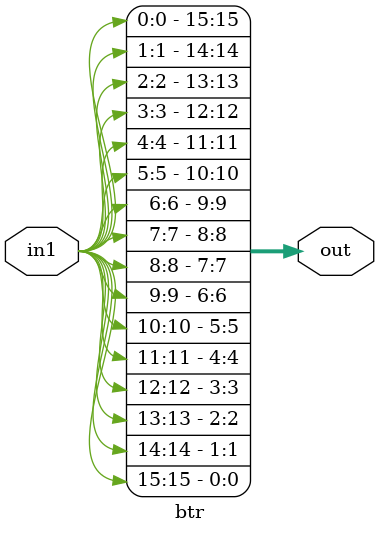
<source format=v>
/*
   CS/ECE 552 Spring '23
   
   Authors: Yeon Jae Cho and Seth Thao 
   Group: 18
   Filename        : btr.v
   
   Description     : This is the module for btr logic.
*/
module btr(in1, out);

input [15:0] in1;
output wire [15:0] out;

assign out = {in1[0],in1[1],in1[2],in1[3],in1[4],in1[5],in1[6],in1[7],in1[8],
			  in1[9],in1[10],in1[11],in1[12],in1[13],in1[14],in1[15]};

endmodule

</source>
